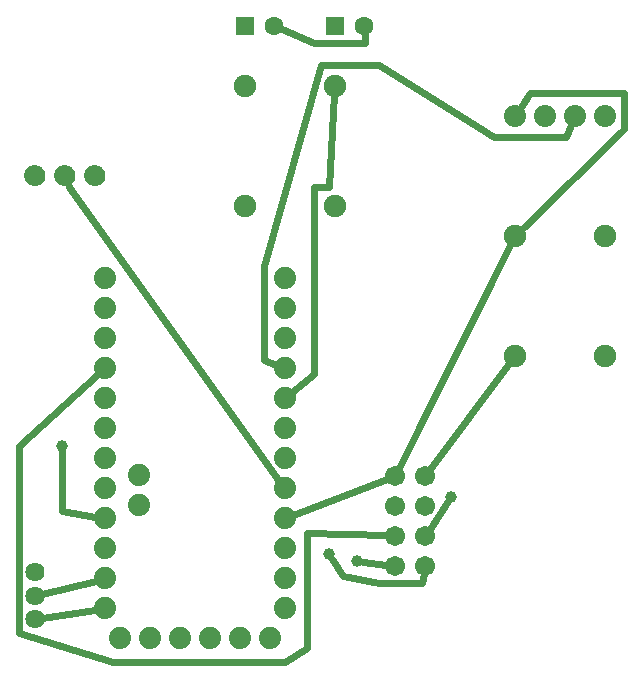
<source format=gtl>
G04 MADE WITH FRITZING*
G04 WWW.FRITZING.ORG*
G04 DOUBLE SIDED*
G04 HOLES PLATED*
G04 CONTOUR ON CENTER OF CONTOUR VECTOR*
%ASAXBY*%
%FSLAX23Y23*%
%MOIN*%
%OFA0B0*%
%SFA1.0B1.0*%
%ADD10C,0.067278*%
%ADD11C,0.073889*%
%ADD12C,0.070000*%
%ADD13C,0.062992*%
%ADD14C,0.074000*%
%ADD15C,0.075000*%
%ADD16C,0.064000*%
%ADD17C,0.039370*%
%ADD18R,0.062992X0.062992*%
%ADD19C,0.024000*%
%ADD20R,0.001000X0.001000*%
%LNCOPPER1*%
G90*
G70*
G54D10*
X1605Y793D03*
X1605Y693D03*
X1605Y593D03*
X1605Y493D03*
X1505Y793D03*
X1505Y693D03*
X1505Y593D03*
X1505Y493D03*
G54D11*
X1905Y1993D03*
X2005Y1993D03*
X2105Y1993D03*
X2205Y1993D03*
G54D12*
X505Y1793D03*
X405Y1793D03*
X305Y1793D03*
G54D13*
X1005Y2293D03*
X1103Y2293D03*
X1305Y2293D03*
X1403Y2293D03*
G54D14*
X588Y251D03*
X688Y251D03*
X788Y251D03*
X888Y251D03*
X988Y251D03*
X1088Y251D03*
X538Y351D03*
X538Y451D03*
X538Y551D03*
X538Y651D03*
X538Y751D03*
X653Y696D03*
X653Y796D03*
X538Y851D03*
X538Y951D03*
X538Y1051D03*
X538Y1151D03*
X538Y1251D03*
X538Y1351D03*
X538Y1451D03*
X1138Y1451D03*
X1138Y1351D03*
X1138Y1251D03*
X1138Y1151D03*
X1138Y1051D03*
X1138Y951D03*
X1138Y851D03*
X1138Y751D03*
X1138Y651D03*
X1138Y551D03*
X1138Y451D03*
X1138Y351D03*
G54D15*
X1005Y1693D03*
X1005Y2093D03*
X1005Y1693D03*
X1005Y2093D03*
X1305Y2093D03*
X1305Y1693D03*
X1305Y2093D03*
X1305Y1693D03*
X2205Y1193D03*
X2205Y1593D03*
X2205Y1193D03*
X2205Y1593D03*
X1905Y1193D03*
X1905Y1593D03*
X1905Y1193D03*
X1905Y1593D03*
G54D16*
X305Y314D03*
X305Y393D03*
X305Y472D03*
X305Y314D03*
X305Y393D03*
X305Y472D03*
G54D17*
X1284Y531D03*
X1380Y507D03*
X1692Y723D03*
X396Y891D03*
G54D18*
X1005Y2293D03*
X1305Y2293D03*
G54D19*
X1622Y815D02*
X1888Y1170D01*
D02*
X330Y318D02*
X507Y346D01*
D02*
X1162Y1070D02*
X1236Y1131D01*
X1236Y1131D02*
X1236Y1755D01*
X1236Y1755D02*
X1284Y1755D01*
X1284Y1755D02*
X1303Y2064D01*
D02*
X1109Y1162D02*
X1068Y1179D01*
X1068Y1179D02*
X1068Y1491D01*
X1068Y1491D02*
X1260Y2163D01*
X1260Y2163D02*
X1452Y2163D01*
X1452Y2163D02*
X1836Y1923D01*
X1836Y1923D02*
X2076Y1923D01*
X2076Y1923D02*
X2092Y1961D01*
D02*
X515Y1130D02*
X252Y891D01*
X252Y891D02*
X252Y267D01*
X252Y267D02*
X564Y171D01*
X564Y171D02*
X1140Y171D01*
X1140Y171D02*
X1212Y219D01*
X1212Y219D02*
X1212Y603D01*
X1212Y603D02*
X1477Y594D01*
D02*
X1399Y505D02*
X1477Y496D01*
D02*
X1601Y465D02*
X1596Y435D01*
X1596Y435D02*
X1452Y435D01*
X1452Y435D02*
X1332Y459D01*
X1332Y459D02*
X1295Y515D01*
D02*
X415Y1769D02*
X420Y1755D01*
X420Y1755D02*
X1120Y776D01*
D02*
X1681Y707D02*
X1621Y616D01*
D02*
X507Y656D02*
X396Y675D01*
X396Y675D02*
X396Y872D01*
D02*
X329Y399D02*
X508Y443D01*
D02*
X1479Y783D02*
X1167Y662D01*
D02*
X1892Y1567D02*
X1518Y818D01*
D02*
X1924Y2021D02*
X1956Y2067D01*
X1956Y2067D02*
X2268Y2067D01*
X2268Y2067D02*
X2268Y1947D01*
X2268Y1947D02*
X1925Y1613D01*
D02*
X1128Y2282D02*
X1236Y2235D01*
X1236Y2235D02*
X1404Y2235D01*
X1404Y2235D02*
X1404Y2266D01*
G54D20*
X301Y1828D02*
X308Y1828D01*
X401Y1828D02*
X408Y1828D01*
X501Y1828D02*
X508Y1828D01*
X296Y1827D02*
X313Y1827D01*
X396Y1827D02*
X413Y1827D01*
X496Y1827D02*
X513Y1827D01*
X293Y1826D02*
X316Y1826D01*
X393Y1826D02*
X416Y1826D01*
X493Y1826D02*
X516Y1826D01*
X291Y1825D02*
X318Y1825D01*
X391Y1825D02*
X418Y1825D01*
X491Y1825D02*
X518Y1825D01*
X288Y1824D02*
X321Y1824D01*
X388Y1824D02*
X421Y1824D01*
X488Y1824D02*
X521Y1824D01*
X287Y1823D02*
X322Y1823D01*
X387Y1823D02*
X422Y1823D01*
X487Y1823D02*
X522Y1823D01*
X285Y1822D02*
X324Y1822D01*
X385Y1822D02*
X424Y1822D01*
X485Y1822D02*
X524Y1822D01*
X284Y1821D02*
X325Y1821D01*
X384Y1821D02*
X425Y1821D01*
X484Y1821D02*
X525Y1821D01*
X282Y1820D02*
X327Y1820D01*
X382Y1820D02*
X427Y1820D01*
X482Y1820D02*
X527Y1820D01*
X281Y1819D02*
X328Y1819D01*
X381Y1819D02*
X428Y1819D01*
X481Y1819D02*
X528Y1819D01*
X280Y1818D02*
X329Y1818D01*
X380Y1818D02*
X429Y1818D01*
X480Y1818D02*
X529Y1818D01*
X279Y1817D02*
X330Y1817D01*
X379Y1817D02*
X430Y1817D01*
X479Y1817D02*
X530Y1817D01*
X278Y1816D02*
X331Y1816D01*
X378Y1816D02*
X431Y1816D01*
X478Y1816D02*
X531Y1816D01*
X278Y1815D02*
X331Y1815D01*
X378Y1815D02*
X431Y1815D01*
X478Y1815D02*
X531Y1815D01*
X277Y1814D02*
X332Y1814D01*
X377Y1814D02*
X432Y1814D01*
X477Y1814D02*
X532Y1814D01*
X276Y1813D02*
X333Y1813D01*
X376Y1813D02*
X433Y1813D01*
X476Y1813D02*
X533Y1813D01*
X276Y1812D02*
X333Y1812D01*
X376Y1812D02*
X433Y1812D01*
X476Y1812D02*
X533Y1812D01*
X275Y1811D02*
X334Y1811D01*
X375Y1811D02*
X434Y1811D01*
X475Y1811D02*
X534Y1811D01*
X274Y1810D02*
X335Y1810D01*
X374Y1810D02*
X435Y1810D01*
X474Y1810D02*
X535Y1810D01*
X274Y1809D02*
X335Y1809D01*
X374Y1809D02*
X435Y1809D01*
X474Y1809D02*
X535Y1809D01*
X273Y1808D02*
X300Y1808D01*
X309Y1808D02*
X336Y1808D01*
X373Y1808D02*
X400Y1808D01*
X409Y1808D02*
X436Y1808D01*
X473Y1808D02*
X500Y1808D01*
X509Y1808D02*
X536Y1808D01*
X273Y1807D02*
X298Y1807D01*
X311Y1807D02*
X336Y1807D01*
X373Y1807D02*
X398Y1807D01*
X411Y1807D02*
X436Y1807D01*
X473Y1807D02*
X498Y1807D01*
X511Y1807D02*
X536Y1807D01*
X273Y1806D02*
X296Y1806D01*
X313Y1806D02*
X336Y1806D01*
X373Y1806D02*
X396Y1806D01*
X413Y1806D02*
X436Y1806D01*
X473Y1806D02*
X496Y1806D01*
X513Y1806D02*
X536Y1806D01*
X272Y1805D02*
X295Y1805D01*
X314Y1805D02*
X337Y1805D01*
X372Y1805D02*
X395Y1805D01*
X414Y1805D02*
X437Y1805D01*
X472Y1805D02*
X495Y1805D01*
X514Y1805D02*
X537Y1805D01*
X272Y1804D02*
X293Y1804D01*
X315Y1804D02*
X337Y1804D01*
X372Y1804D02*
X393Y1804D01*
X415Y1804D02*
X437Y1804D01*
X472Y1804D02*
X493Y1804D01*
X515Y1804D02*
X537Y1804D01*
X272Y1803D02*
X293Y1803D01*
X316Y1803D02*
X337Y1803D01*
X372Y1803D02*
X393Y1803D01*
X416Y1803D02*
X437Y1803D01*
X472Y1803D02*
X493Y1803D01*
X516Y1803D02*
X537Y1803D01*
X271Y1802D02*
X292Y1802D01*
X317Y1802D02*
X338Y1802D01*
X371Y1802D02*
X392Y1802D01*
X417Y1802D02*
X438Y1802D01*
X471Y1802D02*
X492Y1802D01*
X517Y1802D02*
X538Y1802D01*
X271Y1801D02*
X291Y1801D01*
X318Y1801D02*
X338Y1801D01*
X371Y1801D02*
X391Y1801D01*
X418Y1801D02*
X438Y1801D01*
X471Y1801D02*
X491Y1801D01*
X518Y1801D02*
X538Y1801D01*
X271Y1800D02*
X290Y1800D01*
X319Y1800D02*
X338Y1800D01*
X371Y1800D02*
X390Y1800D01*
X419Y1800D02*
X438Y1800D01*
X471Y1800D02*
X490Y1800D01*
X519Y1800D02*
X538Y1800D01*
X271Y1799D02*
X290Y1799D01*
X319Y1799D02*
X338Y1799D01*
X371Y1799D02*
X390Y1799D01*
X419Y1799D02*
X438Y1799D01*
X471Y1799D02*
X490Y1799D01*
X519Y1799D02*
X538Y1799D01*
X270Y1798D02*
X290Y1798D01*
X319Y1798D02*
X339Y1798D01*
X370Y1798D02*
X390Y1798D01*
X419Y1798D02*
X439Y1798D01*
X470Y1798D02*
X490Y1798D01*
X519Y1798D02*
X539Y1798D01*
X270Y1797D02*
X289Y1797D01*
X320Y1797D02*
X339Y1797D01*
X370Y1797D02*
X389Y1797D01*
X420Y1797D02*
X439Y1797D01*
X470Y1797D02*
X489Y1797D01*
X520Y1797D02*
X539Y1797D01*
X270Y1796D02*
X289Y1796D01*
X320Y1796D02*
X339Y1796D01*
X370Y1796D02*
X389Y1796D01*
X420Y1796D02*
X439Y1796D01*
X470Y1796D02*
X489Y1796D01*
X520Y1796D02*
X539Y1796D01*
X270Y1795D02*
X289Y1795D01*
X320Y1795D02*
X339Y1795D01*
X370Y1795D02*
X389Y1795D01*
X420Y1795D02*
X439Y1795D01*
X470Y1795D02*
X489Y1795D01*
X520Y1795D02*
X539Y1795D01*
X270Y1794D02*
X289Y1794D01*
X320Y1794D02*
X339Y1794D01*
X370Y1794D02*
X389Y1794D01*
X420Y1794D02*
X439Y1794D01*
X470Y1794D02*
X489Y1794D01*
X520Y1794D02*
X539Y1794D01*
X270Y1793D02*
X289Y1793D01*
X320Y1793D02*
X339Y1793D01*
X370Y1793D02*
X389Y1793D01*
X420Y1793D02*
X439Y1793D01*
X470Y1793D02*
X489Y1793D01*
X520Y1793D02*
X539Y1793D01*
X270Y1792D02*
X289Y1792D01*
X320Y1792D02*
X339Y1792D01*
X370Y1792D02*
X389Y1792D01*
X420Y1792D02*
X439Y1792D01*
X470Y1792D02*
X489Y1792D01*
X520Y1792D02*
X539Y1792D01*
X270Y1791D02*
X289Y1791D01*
X320Y1791D02*
X339Y1791D01*
X370Y1791D02*
X389Y1791D01*
X420Y1791D02*
X439Y1791D01*
X470Y1791D02*
X489Y1791D01*
X520Y1791D02*
X539Y1791D01*
X270Y1790D02*
X289Y1790D01*
X320Y1790D02*
X339Y1790D01*
X370Y1790D02*
X389Y1790D01*
X420Y1790D02*
X439Y1790D01*
X470Y1790D02*
X489Y1790D01*
X520Y1790D02*
X539Y1790D01*
X270Y1789D02*
X290Y1789D01*
X319Y1789D02*
X339Y1789D01*
X370Y1789D02*
X390Y1789D01*
X419Y1789D02*
X439Y1789D01*
X470Y1789D02*
X490Y1789D01*
X519Y1789D02*
X539Y1789D01*
X271Y1788D02*
X290Y1788D01*
X319Y1788D02*
X338Y1788D01*
X371Y1788D02*
X390Y1788D01*
X419Y1788D02*
X438Y1788D01*
X471Y1788D02*
X490Y1788D01*
X519Y1788D02*
X538Y1788D01*
X271Y1787D02*
X290Y1787D01*
X319Y1787D02*
X338Y1787D01*
X371Y1787D02*
X390Y1787D01*
X419Y1787D02*
X438Y1787D01*
X471Y1787D02*
X490Y1787D01*
X519Y1787D02*
X538Y1787D01*
X271Y1786D02*
X291Y1786D01*
X318Y1786D02*
X338Y1786D01*
X371Y1786D02*
X391Y1786D01*
X418Y1786D02*
X438Y1786D01*
X471Y1786D02*
X491Y1786D01*
X518Y1786D02*
X538Y1786D01*
X271Y1785D02*
X291Y1785D01*
X318Y1785D02*
X338Y1785D01*
X371Y1785D02*
X391Y1785D01*
X418Y1785D02*
X438Y1785D01*
X471Y1785D02*
X491Y1785D01*
X518Y1785D02*
X538Y1785D01*
X271Y1784D02*
X292Y1784D01*
X317Y1784D02*
X338Y1784D01*
X371Y1784D02*
X392Y1784D01*
X417Y1784D02*
X438Y1784D01*
X471Y1784D02*
X492Y1784D01*
X517Y1784D02*
X538Y1784D01*
X272Y1783D02*
X293Y1783D01*
X316Y1783D02*
X337Y1783D01*
X372Y1783D02*
X393Y1783D01*
X416Y1783D02*
X437Y1783D01*
X472Y1783D02*
X493Y1783D01*
X516Y1783D02*
X537Y1783D01*
X272Y1782D02*
X294Y1782D01*
X315Y1782D02*
X337Y1782D01*
X372Y1782D02*
X394Y1782D01*
X415Y1782D02*
X437Y1782D01*
X472Y1782D02*
X494Y1782D01*
X515Y1782D02*
X537Y1782D01*
X272Y1781D02*
X295Y1781D01*
X314Y1781D02*
X337Y1781D01*
X372Y1781D02*
X395Y1781D01*
X414Y1781D02*
X437Y1781D01*
X472Y1781D02*
X495Y1781D01*
X514Y1781D02*
X537Y1781D01*
X273Y1780D02*
X297Y1780D01*
X312Y1780D02*
X336Y1780D01*
X373Y1780D02*
X397Y1780D01*
X412Y1780D02*
X436Y1780D01*
X473Y1780D02*
X497Y1780D01*
X512Y1780D02*
X536Y1780D01*
X273Y1779D02*
X299Y1779D01*
X310Y1779D02*
X336Y1779D01*
X373Y1779D02*
X399Y1779D01*
X410Y1779D02*
X436Y1779D01*
X473Y1779D02*
X499Y1779D01*
X510Y1779D02*
X536Y1779D01*
X274Y1778D02*
X335Y1778D01*
X374Y1778D02*
X435Y1778D01*
X474Y1778D02*
X535Y1778D01*
X274Y1777D02*
X335Y1777D01*
X374Y1777D02*
X435Y1777D01*
X474Y1777D02*
X535Y1777D01*
X275Y1776D02*
X334Y1776D01*
X375Y1776D02*
X434Y1776D01*
X475Y1776D02*
X534Y1776D01*
X275Y1775D02*
X334Y1775D01*
X375Y1775D02*
X434Y1775D01*
X475Y1775D02*
X534Y1775D01*
X276Y1774D02*
X333Y1774D01*
X376Y1774D02*
X433Y1774D01*
X476Y1774D02*
X533Y1774D01*
X277Y1773D02*
X332Y1773D01*
X377Y1773D02*
X432Y1773D01*
X477Y1773D02*
X532Y1773D01*
X277Y1772D02*
X332Y1772D01*
X377Y1772D02*
X432Y1772D01*
X477Y1772D02*
X532Y1772D01*
X278Y1771D02*
X331Y1771D01*
X378Y1771D02*
X431Y1771D01*
X478Y1771D02*
X531Y1771D01*
X279Y1770D02*
X330Y1770D01*
X379Y1770D02*
X430Y1770D01*
X479Y1770D02*
X530Y1770D01*
X280Y1769D02*
X329Y1769D01*
X380Y1769D02*
X429Y1769D01*
X480Y1769D02*
X529Y1769D01*
X281Y1768D02*
X328Y1768D01*
X381Y1768D02*
X428Y1768D01*
X481Y1768D02*
X528Y1768D01*
X282Y1767D02*
X327Y1767D01*
X382Y1767D02*
X427Y1767D01*
X482Y1767D02*
X527Y1767D01*
X283Y1766D02*
X326Y1766D01*
X383Y1766D02*
X426Y1766D01*
X483Y1766D02*
X526Y1766D01*
X285Y1765D02*
X324Y1765D01*
X385Y1765D02*
X424Y1765D01*
X485Y1765D02*
X524Y1765D01*
X286Y1764D02*
X323Y1764D01*
X386Y1764D02*
X423Y1764D01*
X486Y1764D02*
X523Y1764D01*
X288Y1763D02*
X321Y1763D01*
X388Y1763D02*
X421Y1763D01*
X488Y1763D02*
X521Y1763D01*
X290Y1762D02*
X319Y1762D01*
X390Y1762D02*
X419Y1762D01*
X490Y1762D02*
X519Y1762D01*
X292Y1761D02*
X317Y1761D01*
X392Y1761D02*
X417Y1761D01*
X492Y1761D02*
X517Y1761D01*
X295Y1760D02*
X314Y1760D01*
X395Y1760D02*
X414Y1760D01*
X495Y1760D02*
X514Y1760D01*
X299Y1759D02*
X310Y1759D01*
X399Y1759D02*
X410Y1759D01*
X499Y1759D02*
X510Y1759D01*
D02*
G04 End of Copper1*
M02*
</source>
